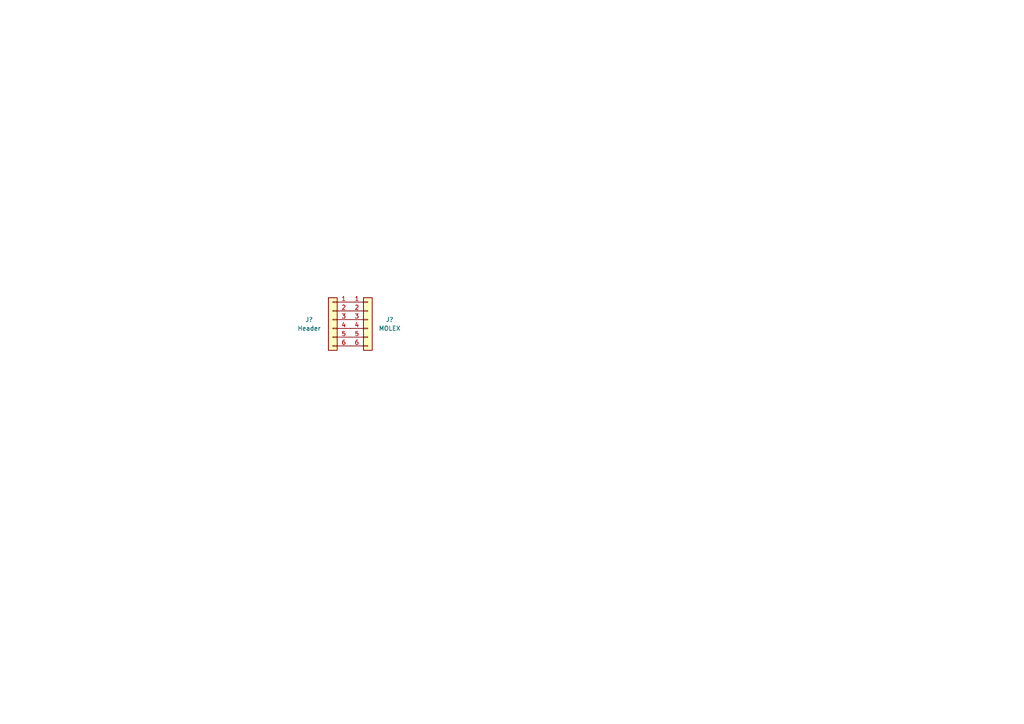
<source format=kicad_sch>
(kicad_sch (version 20210621) (generator eeschema)
  (paper "A4")
  (lib_symbols
    (symbol "Connector_Generic:Conn_01x06" (pin_names (offset 1.016) hide)
      (property "Reference" "J" (at 0 7.62 0))
      (property "Value" "Conn_01x06" (at 0 -10.16 0))
      (symbol "Conn_01x06_1_1"
        (rectangle (start -1.27 -7.493) (end 0 -7.747) (stroke (width 0.1524)))
        (rectangle (start -1.27 -4.953) (end 0 -5.207) (stroke (width 0.1524)))
        (rectangle (start -1.27 -2.413) (end 0 -2.667) (stroke (width 0.1524)))
        (rectangle (start -1.27 0.127) (end 0 -0.127) (stroke (width 0.1524)))
        (rectangle (start -1.27 2.667) (end 0 2.413) (stroke (width 0.1524)))
        (rectangle (start -1.27 5.207) (end 0 4.953) (stroke (width 0.1524)))
        (rectangle (start -1.27 6.35) (end 1.27 -8.89) (stroke (width 0.254)) (fill (type background)))
        (pin passive line (at -5.08 5.08 0) (length 3.81) (name "Pin_1") (number "1"))
        (pin passive line (at -5.08 2.54 0) (length 3.81) (name "Pin_2") (number "2"))
        (pin passive line (at -5.08 0 0) (length 3.81) (name "Pin_3") (number "3"))
        (pin passive line (at -5.08 -2.54 0) (length 3.81) (name "Pin_4") (number "4"))
        (pin passive line (at -5.08 -5.08 0) (length 3.81) (name "Pin_5") (number "5"))
        (pin passive line (at -5.08 -7.62 0) (length 3.81) (name "Pin_6") (number "6"))
      )
    )
  )
  (symbol (lib_id "Connector_Generic:Conn_01x06") (at 96.52 92.71 0) (mirror y) (unit 1)
    (property "Reference" "J?" (at 89.662 92.71 0))
    (property "Value" "Header" (at 89.662 95.25 0))
    (property "Footprint" "Connector_PinHeader_2.54mm:PinHeader_1x06_P2.54mm_Vertical" (effects hide))
  )
  (symbol (lib_id "Connector_Generic:Conn_01x06") (at 106.68 92.71 0) (unit 1)
    (property "Reference" "J?" (at 113.03 92.7099 0))
    (property "Value" "MOLEX" (at 113.03 95.2499 0))
    (property "Footprint" "breakout:5034800600" (effects hide))
  )
)
</source>
